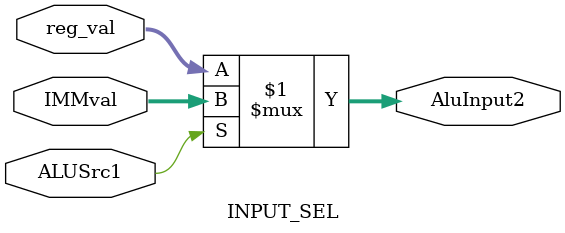
<source format=sv>
`timescale 1ns / 1ps


module INPUT_SEL(
    input         ALUSrc1,       // ALUSrc is Control unit flag to select the Input, 
    input  [31:0] IMMval,       // IF 1, select imm value
    input  [31:0] reg_val,      // If 0, select register out put
    output [31:0] AluInput2
    );

    assign AluInput2 = ALUSrc1 ? IMMval:reg_val;

endmodule

</source>
